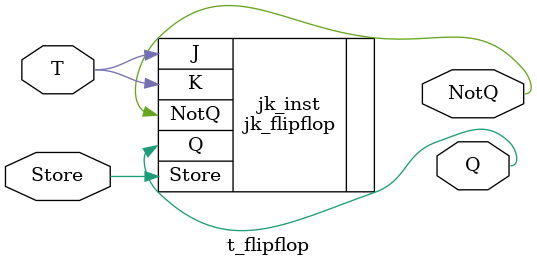
<source format=v>
module t_flipflop(
    input T, Store,
    output Q, NotQ
);
    
    jk_flipflop jk_inst(
        .J(T),
        .K(T),
        .Store(Store),
        .Q(Q),
        .NotQ(NotQ)
    );
    
endmodule

</source>
